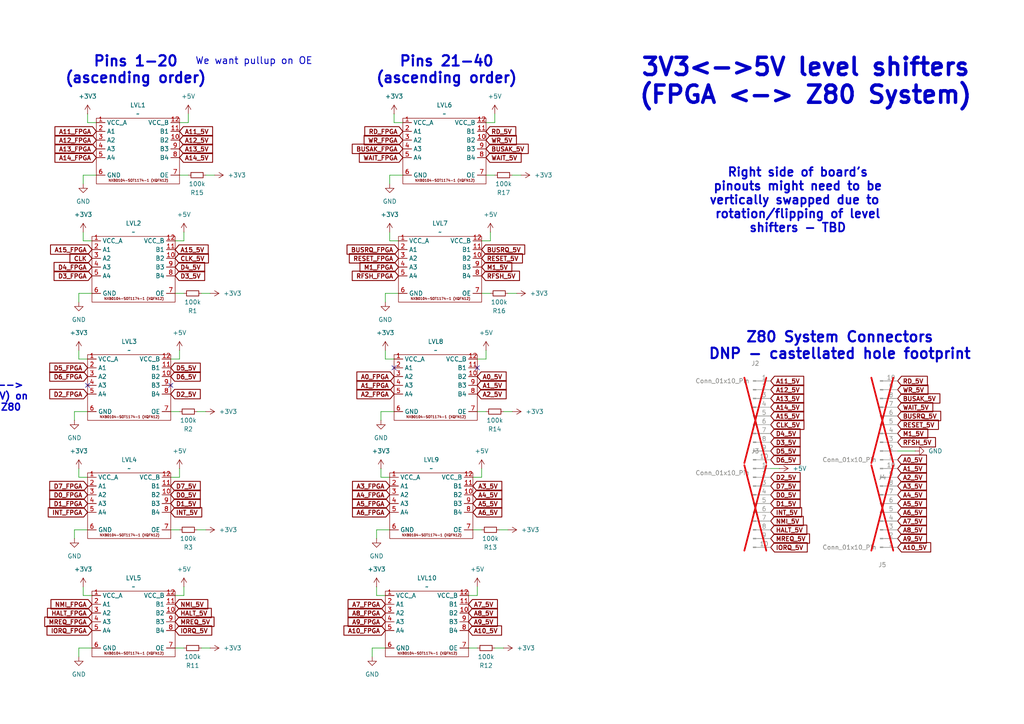
<source format=kicad_sch>
(kicad_sch (version 20231120) (generator "eeschema") (generator_version "8.0")
  (paper "A4")
  (title_block (company "University of Texas at Austin / Phoenix Semiconductor") (comment 1 "Connor Leu"))
  (lib_symbols
    (symbol "Connector:Conn_01x10_Pin" (pin_names (offset 1.016) hide)
      (property "Reference" "J" (at 0 12.7 0))
      (property "Value" "Conn_01x10_Pin" (at 0 -15.24 0))
      (symbol "Conn_01x10_Pin_1_1"
        (polyline (pts (xy 1.27 -12.7) (xy 0.8636 -12.7)) (stroke (width 0.1524)))
        (polyline (pts (xy 1.27 -10.16) (xy 0.8636 -10.16)) (stroke (width 0.1524)))
        (polyline (pts (xy 1.27 -7.62) (xy 0.8636 -7.62)) (stroke (width 0.1524)))
        (polyline (pts (xy 1.27 -5.08) (xy 0.8636 -5.08)) (stroke (width 0.1524)))
        (polyline (pts (xy 1.27 -2.54) (xy 0.8636 -2.54)) (stroke (width 0.1524)))
        (polyline (pts (xy 1.27 0) (xy 0.8636 0)) (stroke (width 0.1524)))
        (polyline (pts (xy 1.27 2.54) (xy 0.8636 2.54)) (stroke (width 0.1524)))
        (polyline (pts (xy 1.27 5.08) (xy 0.8636 5.08)) (stroke (width 0.1524)))
        (polyline (pts (xy 1.27 7.62) (xy 0.8636 7.62)) (stroke (width 0.1524)))
        (polyline (pts (xy 1.27 10.16) (xy 0.8636 10.16)) (stroke (width 0.1524)))
        (rectangle (start 0.8636 -12.573) (end 0 -12.827) (stroke (width 0.1524)) (fill (type outline)))
        (rectangle (start 0.8636 -10.033) (end 0 -10.287) (stroke (width 0.1524)) (fill (type outline)))
        (rectangle (start 0.8636 -7.493) (end 0 -7.747) (stroke (width 0.1524)) (fill (type outline)))
        (rectangle (start 0.8636 -4.953) (end 0 -5.207) (stroke (width 0.1524)) (fill (type outline)))
        (rectangle (start 0.8636 -2.413) (end 0 -2.667) (stroke (width 0.1524)) (fill (type outline)))
        (rectangle (start 0.8636 0.127) (end 0 -0.127) (stroke (width 0.1524)) (fill (type outline)))
        (rectangle (start 0.8636 2.667) (end 0 2.413) (stroke (width 0.1524)) (fill (type outline)))
        (rectangle (start 0.8636 5.207) (end 0 4.953) (stroke (width 0.1524)) (fill (type outline)))
        (rectangle (start 0.8636 7.747) (end 0 7.493) (stroke (width 0.1524)) (fill (type outline)))
        (rectangle (start 0.8636 10.287) (end 0 10.033) (stroke (width 0.1524)) (fill (type outline)))
        (pin passive line (at 5.08 10.16 180) (length 3.81) (name "Pin_1") (number "1"))
        (pin passive line (at 5.08 -12.7 180) (length 3.81) (name "Pin_10") (number "10"))
        (pin passive line (at 5.08 7.62 180) (length 3.81) (name "Pin_2") (number "2"))
        (pin passive line (at 5.08 5.08 180) (length 3.81) (name "Pin_3") (number "3"))
        (pin passive line (at 5.08 2.54 180) (length 3.81) (name "Pin_4") (number "4"))
        (pin passive line (at 5.08 0 180) (length 3.81) (name "Pin_5") (number "5"))
        (pin passive line (at 5.08 -2.54 180) (length 3.81) (name "Pin_6") (number "6"))
        (pin passive line (at 5.08 -5.08 180) (length 3.81) (name "Pin_7") (number "7"))
        (pin passive line (at 5.08 -7.62 180) (length 3.81) (name "Pin_8") (number "8"))
        (pin passive line (at 5.08 -10.16 180) (length 3.81) (name "Pin_9") (number "9"))
      )
    )
    (symbol "Device:R_Small" (pin_numbers hide) (pin_names (offset 0.254) hide)
      (property "Reference" "R" (at 0.762 0.508 0))
      (property "Value" "R_Small" (at 0.762 -1.016 0))
      (symbol "R_Small_0_1"
        (rectangle (start -0.762 1.778) (end 0.762 -1.778) (stroke (width 0.2032)))
      )
      (symbol "R_Small_1_1"
        (pin passive line (at 0 2.54 270) (length 0.762) (name "~") (number "1"))
        (pin passive line (at 0 -2.54 90) (length 0.762) (name "~") (number "2"))
      )
    )
    (symbol "custom_symbols:NXB0104_XQFN12"
      (property "Reference" "U" (at 7.112 0 0))
      (symbol "NXB0104_XQFN12_0_1"
        (rectangle (start -5.08 7.62) (end 19.05 -11.43))
      )
      (symbol "NXB0104_XQFN12_1_1"
        (text "NXB0104-SOT1174-1 (XQFN12)\n" (at 7.112 -10.414 0) (effects (font (size 0.7 0.7) (bold yes))))
        (pin input line (at -5.08 6.35 0) (length 2.54) (name "VCC_A") (number "1"))
        (pin bidirectional line (at 19.05 1.27 180) (length 2.54) (name "B2") (number "10"))
        (pin bidirectional line (at 19.05 3.81 180) (length 2.54) (name "B1") (number "11"))
        (pin input line (at 19.05 6.35 180) (length 2.54) (name "VCC_B") (number "12"))
        (pin bidirectional line (at -5.08 3.81 0) (length 2.54) (name "A1") (number "2"))
        (pin bidirectional line (at -5.08 1.27 0) (length 2.54) (name "A2") (number "3"))
        (pin bidirectional line (at -5.08 -1.27 0) (length 2.54) (name "A3") (number "4"))
        (pin bidirectional line (at -5.08 -3.81 0) (length 2.54) (name "A4") (number "5"))
        (pin input line (at -5.08 -8.89 0) (length 2.54) (name "GND") (number "6"))
        (pin input line (at 19.05 -8.89 180) (length 2.54) (name "OE") (number "7"))
        (pin bidirectional line (at 19.05 -3.81 180) (length 2.54) (name "B4") (number "8"))
        (pin bidirectional line (at 19.05 -1.27 180) (length 2.54) (name "B3") (number "9"))
      )
    )
    (symbol "power:+3V3" (power) (pin_numbers hide) (pin_names (offset 0) hide)
      (property "Value" "+3V3" (at 0 3.556 0))
      (symbol "+3V3_0_1"
        (polyline (pts (xy -0.762 1.27) (xy 0 2.54)))
        (polyline (pts (xy 0 0) (xy 0 2.54)))
        (polyline (pts (xy 0 2.54) (xy 0.762 1.27)))
      )
      (symbol "+3V3_1_1"
        (pin power_in line (at 0 0 90) (length 0) (name "~") (number "1"))
      )
    )
    (symbol "power:+5V" (power) (pin_numbers hide) (pin_names (offset 0) hide)
      (property "Value" "+5V" (at 0 3.556 0))
      (symbol "+5V_0_1"
        (polyline (pts (xy -0.762 1.27) (xy 0 2.54)))
        (polyline (pts (xy 0 0) (xy 0 2.54)))
        (polyline (pts (xy 0 2.54) (xy 0.762 1.27)))
      )
      (symbol "+5V_1_1"
        (pin power_in line (at 0 0 90) (length 0) (name "~") (number "1"))
      )
    )
    (symbol "power:GND" (power) (pin_numbers hide) (pin_names (offset 0) hide)
      (property "Value" "GND" (at 0 -3.81 0))
      (symbol "GND_0_1"
        (polyline (pts (xy 0 0) (xy 0 -1.27) (xy 1.27 -1.27) (xy 0 -2.54) (xy -1.27 -1.27) (xy 0 -1.27)))
      )
      (symbol "GND_1_1"
        (pin power_in line (at 0 0 270) (length 0) (name "~") (number "1"))
      )
    )
  )
  (no_connect (at 49.53 111.76))
  (no_connect (at 138.43 106.68))
  (no_connect (at 114.3 106.68))
  (no_connect (at 25.4 111.76))
  (wire (pts (xy 21.59 121.92) (xy 21.59 119.38)))
  (wire (pts (xy 114.3 35.56) (xy 116.84 35.56)))
  (wire (pts (xy 113.03 67.31) (xy 113.03 69.85)))
  (wire (pts (xy 22.86 85.09) (xy 26.67 85.09)))
  (wire (pts (xy 24.13 172.72) (xy 26.67 172.72)))
  (wire (pts (xy 139.7 135.89) (xy 139.7 138.43)))
  (wire (pts (xy 111.76 87.63) (xy 111.76 85.09)))
  (wire (pts (xy 52.07 101.6) (xy 52.07 104.14)))
  (wire (pts (xy 140.97 101.6) (xy 140.97 104.14)))
  (wire (pts (xy 110.49 119.38) (xy 114.3 119.38)))
  (wire (pts (xy 50.8 85.09) (xy 53.34 85.09)))
  (wire (pts (xy 22.86 87.63) (xy 22.86 85.09)))
  (wire (pts (xy 138.43 170.18) (xy 138.43 172.72)))
  (wire (pts (xy 57.15 153.67) (xy 59.69 153.67)))
  (wire (pts (xy 24.13 67.31) (xy 24.13 69.85)))
  (wire (pts (xy 111.76 101.6) (xy 111.76 104.14)))
  (wire (pts (xy 24.13 170.18) (xy 24.13 172.72)))
  (wire (pts (xy 21.59 119.38) (xy 25.4 119.38)))
  (wire (pts (xy 146.05 119.38) (xy 148.59 119.38)))
  (wire (pts (xy 21.59 156.21) (xy 21.59 153.67)))
  (wire (pts (xy 142.24 69.85) (xy 139.7 69.85)))
  (wire (pts (xy 113.03 53.34) (xy 113.03 50.8)))
  (wire (pts (xy 138.43 119.38) (xy 140.97 119.38)))
  (wire (pts (xy 52.07 138.43) (xy 49.53 138.43)))
  (wire (pts (xy 140.97 104.14) (xy 138.43 104.14)))
  (wire (pts (xy 50.8 187.96) (xy 53.34 187.96)))
  (wire (pts (xy 49.53 119.38) (xy 52.07 119.38)))
  (wire (pts (xy 49.53 153.67) (xy 52.07 153.67)))
  (wire (pts (xy 113.03 69.85) (xy 115.57 69.85)))
  (wire (pts (xy 138.43 172.72) (xy 135.89 172.72)))
  (wire (pts (xy 53.34 67.31) (xy 53.34 69.85)))
  (wire (pts (xy 22.86 104.14) (xy 25.4 104.14)))
  (wire (pts (xy 24.13 53.34) (xy 24.13 50.8)))
  (wire (pts (xy 25.4 35.56) (xy 27.94 35.56)))
  (wire (pts (xy 144.78 153.67) (xy 147.32 153.67)))
  (wire (pts (xy 22.86 135.89) (xy 22.86 138.43)))
  (wire (pts (xy 107.95 187.96) (xy 111.76 187.96)))
  (wire (pts (xy 114.3 33.02) (xy 114.3 35.56)))
  (wire (pts (xy 110.49 135.89) (xy 110.49 138.43)))
  (wire (pts (xy 110.49 138.43) (xy 113.03 138.43)))
  (wire (pts (xy 24.13 50.8) (xy 27.94 50.8)))
  (wire (pts (xy 140.97 50.8) (xy 143.51 50.8)))
  (wire (pts (xy 109.22 172.72) (xy 111.76 172.72)))
  (wire (pts (xy 58.42 187.96) (xy 60.96 187.96)))
  (wire (pts (xy 53.34 69.85) (xy 50.8 69.85)))
  (wire (pts (xy 139.7 138.43) (xy 137.16 138.43)))
  (wire (pts (xy 107.95 190.5) (xy 107.95 187.96)))
  (wire (pts (xy 135.89 187.96) (xy 138.43 187.96)))
  (wire (pts (xy 111.76 104.14) (xy 114.3 104.14)))
  (wire (pts (xy 57.15 119.38) (xy 59.69 119.38)))
  (wire (pts (xy 109.22 156.21) (xy 109.22 153.67)))
  (wire (pts (xy 143.51 187.96) (xy 146.05 187.96)))
  (wire (pts (xy 53.34 172.72) (xy 50.8 172.72)))
  (wire (pts (xy 22.86 187.96) (xy 26.67 187.96)))
  (wire (pts (xy 25.4 33.02) (xy 25.4 35.56)))
  (wire (pts (xy 52.07 50.8) (xy 54.61 50.8)))
  (wire (pts (xy 111.76 85.09) (xy 115.57 85.09)))
  (wire (pts (xy 113.03 50.8) (xy 116.84 50.8)))
  (wire (pts (xy 223.52 135.89) (xy 226.06 135.89)))
  (wire (pts (xy 54.61 35.56) (xy 52.07 35.56)))
  (wire (pts (xy 260.35 130.81) (xy 265.43 130.81)))
  (wire (pts (xy 109.22 170.18) (xy 109.22 172.72)))
  (wire (pts (xy 143.51 35.56) (xy 140.97 35.56)))
  (wire (pts (xy 148.59 50.8) (xy 151.13 50.8)))
  (wire (pts (xy 22.86 190.5) (xy 22.86 187.96)))
  (wire (pts (xy 142.24 67.31) (xy 142.24 69.85)))
  (wire (pts (xy 143.51 33.02) (xy 143.51 35.56)))
  (wire (pts (xy 137.16 153.67) (xy 139.7 153.67)))
  (wire (pts (xy 52.07 104.14) (xy 49.53 104.14)))
  (wire (pts (xy 139.7 85.09) (xy 142.24 85.09)))
  (wire (pts (xy 110.49 121.92) (xy 110.49 119.38)))
  (wire (pts (xy 52.07 135.89) (xy 52.07 138.43)))
  (wire (pts (xy 58.42 85.09) (xy 60.96 85.09)))
  (wire (pts (xy 54.61 33.02) (xy 54.61 35.56)))
  (wire (pts (xy 109.22 153.67) (xy 113.03 153.67)))
  (wire (pts (xy 24.13 69.85) (xy 26.67 69.85)))
  (wire (pts (xy 22.86 101.6) (xy 22.86 104.14)))
  (wire (pts (xy 21.59 153.67) (xy 25.4 153.67)))
  (wire (pts (xy 147.32 85.09) (xy 149.86 85.09)))
  (wire (pts (xy 22.86 138.43) (xy 25.4 138.43)))
  (wire (pts (xy 53.34 170.18) (xy 53.34 172.72)))
  (wire (pts (xy 59.69 50.8) (xy 62.23 50.8)))
  (text "3V3<->5V level shifters\n(FPGA <-> Z80 System)" (at 233.68 23.622 0) (effects (font (size 5 5) (bold yes))))
  (text "Z80 System Connectors\nDNP - castellated hole footprint" (at 243.586 100.33 0) (effects (font (size 3 3) (bold yes))))
  (text "This A3 -->\nis VCC (5V) on\noriginal Z80" (at -3.302 115.062 0) (effects (font (size 2 2) (bold yes))))
  (text "We want pullup on OE" (at 73.66 17.78 0) (effects (font (size 2 2) (thickness 0.254) (bold yes))))
  (text "Right side of board's\npinouts might need to be\nvertically swapped due to \nrotation/flipping of level\nshifters - TBD" (at 231.394 58.166 0) (effects (font (size 2.5 2.5) (bold yes))))
  (text "Pins 21-40\n(ascending order)" (at 129.54 20.32 0) (effects (font (size 3 3) (bold yes))))
  (text "Pins 1-20\n(ascending order)" (at 39.37 20.32 0) (effects (font (size 3 3) (bold yes))))
  (global_label "A6_5V" (shape input) (at 137.16 148.59 0) (effects (font (bold yes))) (property "Intersheetrefs" "${INTERSHEET_REFS}" (effects (hide yes))))
  (global_label "A5_FPGA" (shape input) (at 113.03 146.05 180) (effects (font (bold yes))) (property "Intersheetrefs" "${INTERSHEET_REFS}" (effects (hide yes))))
  (global_label "D4_FPGA" (shape input) (at 26.67 77.47 180) (effects (font (bold yes))) (property "Intersheetrefs" "${INTERSHEET_REFS}" (effects (hide yes))))
  (global_label "A4_5V" (shape input) (at 137.16 143.51 0) (effects (font (bold yes))) (property "Intersheetrefs" "${INTERSHEET_REFS}" (effects (hide yes))))
  (global_label "BUSRQ_5V" (shape input) (at 139.7 72.39 0) (effects (font (bold yes))) (property "Intersheetrefs" "${INTERSHEET_REFS}" (effects (hide yes))))
  (global_label "A3_FPGA" (shape input) (at 113.03 140.97 180) (effects (font (bold yes))) (property "Intersheetrefs" "${INTERSHEET_REFS}" (effects (hide yes))))
  (global_label "D3_FPGA" (shape input) (at 26.67 80.01 180) (effects (font (bold yes))) (property "Intersheetrefs" "${INTERSHEET_REFS}" (effects (hide yes))))
  (global_label "A11_5V" (shape input) (at 223.52 110.49 0) (effects (font (bold yes))) (property "Intersheetrefs" "${INTERSHEET_REFS}" (effects (hide yes))))
  (global_label "HALT_5V" (shape input) (at 50.8 177.8 0) (effects (font (bold yes))) (property "Intersheetrefs" "${INTERSHEET_REFS}" (effects (hide yes))))
  (global_label "A5_5V" (shape input) (at 260.35 146.05 0) (effects (font (bold yes))) (property "Intersheetrefs" "${INTERSHEET_REFS}" (effects (hide yes))))
  (global_label "D6_5V" (shape input) (at 223.52 133.35 0) (effects (font (bold yes))) (property "Intersheetrefs" "${INTERSHEET_REFS}" (effects (hide yes))))
  (global_label "MREQ_5V" (shape input) (at 223.52 156.21 0) (effects (font (bold yes))) (property "Intersheetrefs" "${INTERSHEET_REFS}" (effects (hide yes))))
  (global_label "A0_5V" (shape input) (at 138.43 109.22 0) (effects (font (bold yes))) (property "Intersheetrefs" "${INTERSHEET_REFS}" (effects (hide yes))))
  (global_label "A2_FPGA" (shape input) (at 114.3 114.3 180) (effects (font (bold yes))) (property "Intersheetrefs" "${INTERSHEET_REFS}" (effects (hide yes))))
  (global_label "RESET_FPGA" (shape input) (at 115.57 74.93 180) (effects (font (bold yes))) (property "Intersheetrefs" "${INTERSHEET_REFS}" (effects (hide yes))))
  (global_label "WAIT_5V" (shape input) (at 260.35 118.11 0) (effects (font (bold yes))) (property "Intersheetrefs" "${INTERSHEET_REFS}" (effects (hide yes))))
  (global_label "IORQ_FPGA" (shape input) (at 26.67 182.88 180) (effects (font (bold yes))) (property "Intersheetrefs" "${INTERSHEET_REFS}" (effects (hide yes))))
  (global_label "D0_FPGA" (shape input) (at 25.4 143.51 180) (effects (font (bold yes))) (property "Intersheetrefs" "${INTERSHEET_REFS}" (effects (hide yes))))
  (global_label "A13_5V" (shape input) (at 223.52 115.57 0) (effects (font (bold yes))) (property "Intersheetrefs" "${INTERSHEET_REFS}" (effects (hide yes))))
  (global_label "D2_FPGA" (shape input) (at 25.4 114.3 180) (effects (font (bold yes))) (property "Intersheetrefs" "${INTERSHEET_REFS}" (effects (hide yes))))
  (global_label "A10_5V" (shape input) (at 260.35 158.75 0) (effects (font (bold yes))) (property "Intersheetrefs" "${INTERSHEET_REFS}" (effects (hide yes))))
  (global_label "D1_5V" (shape input) (at 49.53 146.05 0) (effects (font (bold yes))) (property "Intersheetrefs" "${INTERSHEET_REFS}" (effects (hide yes))))
  (global_label "D3_5V" (shape input) (at 50.8 80.01 0) (effects (font (bold yes))) (property "Intersheetrefs" "${INTERSHEET_REFS}" (effects (hide yes))))
  (global_label "WR_5V" (shape input) (at 260.35 113.03 0) (effects (font (bold yes))) (property "Intersheetrefs" "${INTERSHEET_REFS}" (effects (hide yes))))
  (global_label "A7_5V" (shape input) (at 135.89 175.26 0) (effects (font (bold yes))) (property "Intersheetrefs" "${INTERSHEET_REFS}" (effects (hide yes))))
  (global_label "RFSH_5V" (shape input) (at 260.35 128.27 0) (effects (font (bold yes))) (property "Intersheetrefs" "${INTERSHEET_REFS}" (effects (hide yes))))
  (global_label "WAIT_5V" (shape input) (at 140.97 45.72 0) (effects (font (bold yes))) (property "Intersheetrefs" "${INTERSHEET_REFS}" (effects (hide yes))))
  (global_label "BUSRQ_FPGA" (shape input) (at 115.57 72.39 180) (effects (font (bold yes))) (property "Intersheetrefs" "${INTERSHEET_REFS}" (effects (hide yes))))
  (global_label "CLK" (shape input) (at 26.67 74.93 180) (effects (font (bold yes))) (property "Intersheetrefs" "${INTERSHEET_REFS}" (effects (hide yes))))
  (global_label "A13_FPGA" (shape input) (at 27.94 43.18 180) (effects (font (bold yes))) (property "Intersheetrefs" "${INTERSHEET_REFS}" (effects (hide yes))))
  (global_label "D5_FPGA" (shape input) (at 25.4 106.68 180) (effects (font (bold yes))) (property "Intersheetrefs" "${INTERSHEET_REFS}" (effects (hide yes))))
  (global_label "D6_FPGA" (shape input) (at 25.4 109.22 180) (effects (font (bold yes))) (property "Intersheetrefs" "${INTERSHEET_REFS}" (effects (hide yes))))
  (global_label "BUSAK_5V" (shape input) (at 260.35 115.57 0) (effects (font (bold yes))) (property "Intersheetrefs" "${INTERSHEET_REFS}" (effects (hide yes))))
  (global_label "D1_FPGA" (shape input) (at 25.4 146.05 180) (effects (font (bold yes))) (property "Intersheetrefs" "${INTERSHEET_REFS}" (effects (hide yes))))
  (global_label "M1_5V" (shape input) (at 260.35 125.73 0) (effects (font (bold yes))) (property "Intersheetrefs" "${INTERSHEET_REFS}" (effects (hide yes))))
  (global_label "A12_FPGA" (shape input) (at 27.94 40.64 180) (effects (font (bold yes))) (property "Intersheetrefs" "${INTERSHEET_REFS}" (effects (hide yes))))
  (global_label "NMI_5V" (shape input) (at 50.8 175.26 0) (effects (font (bold yes))) (property "Intersheetrefs" "${INTERSHEET_REFS}" (effects (hide yes))))
  (global_label "A2_5V" (shape input) (at 260.35 138.43 0) (effects (font (bold yes))) (property "Intersheetrefs" "${INTERSHEET_REFS}" (effects (hide yes))))
  (global_label "CLK_5V" (shape input) (at 50.8 74.93 0) (effects (font (bold yes))) (property "Intersheetrefs" "${INTERSHEET_REFS}" (effects (hide yes))))
  (global_label "A0_FPGA" (shape input) (at 114.3 109.22 180) (effects (font (bold yes))) (property "Intersheetrefs" "${INTERSHEET_REFS}" (effects (hide yes))))
  (global_label "A8_FPGA" (shape input) (at 111.76 177.8 180) (effects (font (bold yes))) (property "Intersheetrefs" "${INTERSHEET_REFS}" (effects (hide yes))))
  (global_label "A10_FPGA" (shape input) (at 111.76 182.88 180) (effects (font (bold yes))) (property "Intersheetrefs" "${INTERSHEET_REFS}" (effects (hide yes))))
  (global_label "A10_5V" (shape input) (at 135.89 182.88 0) (effects (font (bold yes))) (property "Intersheetrefs" "${INTERSHEET_REFS}" (effects (hide yes))))
  (global_label "A4_5V" (shape input) (at 260.35 143.51 0) (effects (font (bold yes))) (property "Intersheetrefs" "${INTERSHEET_REFS}" (effects (hide yes))))
  (global_label "A7_5V" (shape input) (at 260.35 151.13 0) (effects (font (bold yes))) (property "Intersheetrefs" "${INTERSHEET_REFS}" (effects (hide yes))))
  (global_label "BUSAK_FPGA" (shape input) (at 116.84 43.18 180) (effects (font (bold yes))) (property "Intersheetrefs" "${INTERSHEET_REFS}" (effects (hide yes))))
  (global_label "A3_5V" (shape input) (at 260.35 140.97 0) (effects (font (bold yes))) (property "Intersheetrefs" "${INTERSHEET_REFS}" (effects (hide yes))))
  (global_label "IORQ_5V" (shape input) (at 223.52 158.75 0) (effects (font (bold yes))) (property "Intersheetrefs" "${INTERSHEET_REFS}" (effects (hide yes))))
  (global_label "RFSH_5V" (shape input) (at 139.7 80.01 0) (effects (font (bold yes))) (property "Intersheetrefs" "${INTERSHEET_REFS}" (effects (hide yes))))
  (global_label "RFSH_FPGA" (shape input) (at 115.57 80.01 180) (effects (font (bold yes))) (property "Intersheetrefs" "${INTERSHEET_REFS}" (effects (hide yes))))
  (global_label "D1_5V" (shape input) (at 223.52 146.05 0) (effects (font (bold yes))) (property "Intersheetrefs" "${INTERSHEET_REFS}" (effects (hide yes))))
  (global_label "D7_5V" (shape input) (at 49.53 140.97 0) (effects (font (bold yes))) (property "Intersheetrefs" "${INTERSHEET_REFS}" (effects (hide yes))))
  (global_label "WR_5V" (shape input) (at 140.97 40.64 0) (effects (font (bold yes))) (property "Intersheetrefs" "${INTERSHEET_REFS}" (effects (hide yes))))
  (global_label "RD_5V" (shape input) (at 260.35 110.49 0) (effects (font (bold yes))) (property "Intersheetrefs" "${INTERSHEET_REFS}" (effects (hide yes))))
  (global_label "A2_5V" (shape input) (at 138.43 114.3 0) (effects (font (bold yes))) (property "Intersheetrefs" "${INTERSHEET_REFS}" (effects (hide yes))))
  (global_label "D5_5V" (shape input) (at 223.52 130.81 0) (effects (font (bold yes))) (property "Intersheetrefs" "${INTERSHEET_REFS}" (effects (hide yes))))
  (global_label "D4_5V" (shape input) (at 223.52 125.73 0) (effects (font (bold yes))) (property "Intersheetrefs" "${INTERSHEET_REFS}" (effects (hide yes))))
  (global_label "A9_FPGA" (shape input) (at 111.76 180.34 180) (effects (font (bold yes))) (property "Intersheetrefs" "${INTERSHEET_REFS}" (effects (hide yes))))
  (global_label "M1_FPGA" (shape input) (at 115.57 77.47 180) (effects (font (bold yes))) (property "Intersheetrefs" "${INTERSHEET_REFS}" (effects (hide yes))))
  (global_label "A1_5V" (shape input) (at 138.43 111.76 0) (effects (font (bold yes))) (property "Intersheetrefs" "${INTERSHEET_REFS}" (effects (hide yes))))
  (global_label "A6_FPGA" (shape input) (at 113.03 148.59 180) (effects (font (bold yes))) (property "Intersheetrefs" "${INTERSHEET_REFS}" (effects (hide yes))))
  (global_label "BUSAK_5V" (shape input) (at 140.97 43.18 0) (effects (font (bold yes))) (property "Intersheetrefs" "${INTERSHEET_REFS}" (effects (hide yes))))
  (global_label "A8_5V" (shape input) (at 260.35 153.67 0) (effects (font (bold yes))) (property "Intersheetrefs" "${INTERSHEET_REFS}" (effects (hide yes))))
  (global_label "A15_5V" (shape input) (at 223.52 120.65 0) (effects (font (bold yes))) (property "Intersheetrefs" "${INTERSHEET_REFS}" (effects (hide yes))))
  (global_label "A3_5V" (shape input) (at 137.16 140.97 0) (effects (font (bold yes))) (property "Intersheetrefs" "${INTERSHEET_REFS}" (effects (hide yes))))
  (global_label "D7_5V" (shape input) (at 223.52 140.97 0) (effects (font (bold yes))) (property "Intersheetrefs" "${INTERSHEET_REFS}" (effects (hide yes))))
  (global_label "RD_5V" (shape input) (at 140.97 38.1 0) (effects (font (bold yes))) (property "Intersheetrefs" "${INTERSHEET_REFS}" (effects (hide yes))))
  (global_label "D0_5V" (shape input) (at 49.53 143.51 0) (effects (font (bold yes))) (property "Intersheetrefs" "${INTERSHEET_REFS}" (effects (hide yes))))
  (global_label "D4_5V" (shape input) (at 50.8 77.47 0) (effects (font (bold yes))) (property "Intersheetrefs" "${INTERSHEET_REFS}" (effects (hide yes))))
  (global_label "D0_5V" (shape input) (at 223.52 143.51 0) (effects (font (bold yes))) (property "Intersheetrefs" "${INTERSHEET_REFS}" (effects (hide yes))))
  (global_label "RESET_5V" (shape input) (at 139.7 74.93 0) (effects (font (bold yes))) (property "Intersheetrefs" "${INTERSHEET_REFS}" (effects (hide yes))))
  (global_label "A14_5V" (shape input) (at 52.07 45.72 0) (effects (font (bold yes))) (property "Intersheetrefs" "${INTERSHEET_REFS}" (effects (hide yes))))
  (global_label "HALT_5V" (shape input) (at 223.52 153.67 0) (effects (font (bold yes))) (property "Intersheetrefs" "${INTERSHEET_REFS}" (effects (hide yes))))
  (global_label "A12_5V" (shape input) (at 223.52 113.03 0) (effects (font (bold yes))) (property "Intersheetrefs" "${INTERSHEET_REFS}" (effects (hide yes))))
  (global_label "IORQ_5V" (shape input) (at 50.8 182.88 0) (effects (font (bold yes))) (property "Intersheetrefs" "${INTERSHEET_REFS}" (effects (hide yes))))
  (global_label "INT_5V" (shape input) (at 223.52 148.59 0) (effects (font (bold yes))) (property "Intersheetrefs" "${INTERSHEET_REFS}" (effects (hide yes))))
  (global_label "HALT_FPGA" (shape input) (at 26.67 177.8 180) (effects (font (bold yes))) (property "Intersheetrefs" "${INTERSHEET_REFS}" (effects (hide yes))))
  (global_label "A12_5V" (shape input) (at 52.07 40.64 0) (effects (font (bold yes))) (property "Intersheetrefs" "${INTERSHEET_REFS}" (effects (hide yes))))
  (global_label "A1_5V" (shape input) (at 260.35 135.89 0) (effects (font (bold yes))) (property "Intersheetrefs" "${INTERSHEET_REFS}" (effects (hide yes))))
  (global_label "A6_5V" (shape input) (at 260.35 148.59 0) (effects (font (bold yes))) (property "Intersheetrefs" "${INTERSHEET_REFS}" (effects (hide yes))))
  (global_label "A15_FPGA" (shape input) (at 26.67 72.39 180) (effects (font (bold yes))) (property "Intersheetrefs" "${INTERSHEET_REFS}" (effects (hide yes))))
  (global_label "RD_FPGA" (shape input) (at 116.84 38.1 180) (effects (font (bold yes))) (property "Intersheetrefs" "${INTERSHEET_REFS}" (effects (hide yes))))
  (global_label "D2_5V" (shape input) (at 223.52 138.43 0) (effects (font (bold yes))) (property "Intersheetrefs" "${INTERSHEET_REFS}" (effects (hide yes))))
  (global_label "RESET_5V" (shape input) (at 260.35 123.19 0) (effects (font (bold yes))) (property "Intersheetrefs" "${INTERSHEET_REFS}" (effects (hide yes))))
  (global_label "D5_5V" (shape input) (at 49.53 106.68 0) (effects (font (bold yes))) (property "Intersheetrefs" "${INTERSHEET_REFS}" (effects (hide yes))))
  (global_label "WR_FPGA" (shape input) (at 116.84 40.64 180) (effects (font (bold yes))) (property "Intersheetrefs" "${INTERSHEET_REFS}" (effects (hide yes))))
  (global_label "A13_5V" (shape input) (at 52.07 43.18 0) (effects (font (bold yes))) (property "Intersheetrefs" "${INTERSHEET_REFS}" (effects (hide yes))))
  (global_label "A4_FPGA" (shape input) (at 113.03 143.51 180) (effects (font (bold yes))) (property "Intersheetrefs" "${INTERSHEET_REFS}" (effects (hide yes))))
  (global_label "A7_FPGA" (shape input) (at 111.76 175.26 180) (effects (font (bold yes))) (property "Intersheetrefs" "${INTERSHEET_REFS}" (effects (hide yes))))
  (global_label "MREQ_5V" (shape input) (at 50.8 180.34 0) (effects (font (bold yes))) (property "Intersheetrefs" "${INTERSHEET_REFS}" (effects (hide yes))))
  (global_label "A14_5V" (shape input) (at 223.52 118.11 0) (effects (font (bold yes))) (property "Intersheetrefs" "${INTERSHEET_REFS}" (effects (hide yes))))
  (global_label "NMI_5V" (shape input) (at 223.52 151.13 0) (effects (font (bold yes))) (property "Intersheetrefs" "${INTERSHEET_REFS}" (effects (hide yes))))
  (global_label "D6_5V" (shape input) (at 49.53 109.22 0) (effects (font (bold yes))) (property "Intersheetrefs" "${INTERSHEET_REFS}" (effects (hide yes))))
  (global_label "WAIT_FPGA" (shape input) (at 116.84 45.72 180) (effects (font (bold yes))) (property "Intersheetrefs" "${INTERSHEET_REFS}" (effects (hide yes))))
  (global_label "A0_5V" (shape input) (at 260.35 133.35 0) (effects (font (bold yes))) (property "Intersheetrefs" "${INTERSHEET_REFS}" (effects (hide yes))))
  (global_label "D2_5V" (shape input) (at 49.53 114.3 0) (effects (font (bold yes))) (property "Intersheetrefs" "${INTERSHEET_REFS}" (effects (hide yes))))
  (global_label "A1_FPGA" (shape input) (at 114.3 111.76 180) (effects (font (bold yes))) (property "Intersheetrefs" "${INTERSHEET_REFS}" (effects (hide yes))))
  (global_label "A9_5V" (shape input) (at 135.89 180.34 0) (effects (font (bold yes))) (property "Intersheetrefs" "${INTERSHEET_REFS}" (effects (hide yes))))
  (global_label "CLK_5V" (shape input) (at 223.52 123.19 0) (effects (font (bold yes))) (property "Intersheetrefs" "${INTERSHEET_REFS}" (effects (hide yes))))
  (global_label "A11_FPGA" (shape input) (at 27.94 38.1 180) (effects (font (bold yes))) (property "Intersheetrefs" "${INTERSHEET_REFS}" (effects (hide yes))))
  (global_label "NMI_FPGA" (shape input) (at 26.67 175.26 180) (effects (font (bold yes))) (property "Intersheetrefs" "${INTERSHEET_REFS}" (effects (hide yes))))
  (global_label "A14_FPGA" (shape input) (at 27.94 45.72 180) (effects (font (bold yes))) (property "Intersheetrefs" "${INTERSHEET_REFS}" (effects (hide yes))))
  (global_label "INT_FPGA" (shape input) (at 25.4 148.59 180) (effects (font (bold yes))) (property "Intersheetrefs" "${INTERSHEET_REFS}" (effects (hide yes))))
  (global_label "A9_5V" (shape input) (at 260.35 156.21 0) (effects (font (bold yes))) (property "Intersheetrefs" "${INTERSHEET_REFS}" (effects (hide yes))))
  (global_label "M1_5V" (shape input) (at 139.7 77.47 0) (effects (font (bold yes))) (property "Intersheetrefs" "${INTERSHEET_REFS}" (effects (hide yes))))
  (global_label "MREQ_FPGA" (shape input) (at 26.67 180.34 180) (effects (font (bold yes))) (property "Intersheetrefs" "${INTERSHEET_REFS}" (effects (hide yes))))
  (global_label "D7_FPGA" (shape input) (at 25.4 140.97 180) (effects (font (bold yes))) (property "Intersheetrefs" "${INTERSHEET_REFS}" (effects (hide yes))))
  (global_label "D3_5V" (shape input) (at 223.52 128.27 0) (effects (font (bold yes))) (property "Intersheetrefs" "${INTERSHEET_REFS}" (effects (hide yes))))
  (global_label "BUSRQ_5V" (shape input) (at 260.35 120.65 0) (effects (font (bold yes))) (property "Intersheetrefs" "${INTERSHEET_REFS}" (effects (hide yes))))
  (global_label "A8_5V" (shape input) (at 135.89 177.8 0) (effects (font (bold yes))) (property "Intersheetrefs" "${INTERSHEET_REFS}" (effects (hide yes))))
  (global_label "A11_5V" (shape input) (at 52.07 38.1 0) (effects (font (bold yes))) (property "Intersheetrefs" "${INTERSHEET_REFS}" (effects (hide yes))))
  (global_label "A5_5V" (shape input) (at 137.16 146.05 0) (effects (font (bold yes))) (property "Intersheetrefs" "${INTERSHEET_REFS}" (effects (hide yes))))
  (global_label "INT_5V" (shape input) (at 49.53 148.59 0) (effects (font (bold yes))) (property "Intersheetrefs" "${INTERSHEET_REFS}" (effects (hide yes))))
  (global_label "A15_5V" (shape input) (at 50.8 72.39 0) (effects (font (bold yes))) (property "Intersheetrefs" "${INTERSHEET_REFS}" (effects (hide yes))))
  (symbol (lib_id "power:+5V") (at 226.06 135.89 270) (unit 1)
    (property "Reference" "#PWR073" (effects (hide yes)))
    (property "Value" "+5V" (at 229.87 135.8899 90) (effects (justify left)))
    (property "Description" "Power symbol creates a global label with name \"+5V\"" (effects (hide yes)))
  )
  (symbol (lib_id "power:+5V") (at 138.43 170.18 0) (unit 1)
    (property "Reference" "#PWR063" (effects (hide yes)))
    (property "Value" "+5V" (at 138.43 165.1 0))
    (property "Description" "Power symbol creates a global label with name \"+5V\"" (effects (hide yes)))
  )
  (symbol (lib_id "power:+3V3") (at 146.05 187.96 270) (unit 1)
    (property "Reference" "#PWR071" (effects (hide yes)))
    (property "Value" "+3V3" (at 149.86 187.9599 90) (effects (justify left)))
    (property "Description" "Power symbol creates a global label with name \"+3V3\"" (effects (hide yes)))
  )
  (symbol (lib_id "power:+3V3") (at 62.23 50.8 270) (unit 1)
    (property "Reference" "#PWR052" (effects (hide yes)))
    (property "Value" "+3V3" (at 66.04 50.7999 90) (effects (justify left)))
    (property "Description" "Power symbol creates a global label with name \"+3V3\"" (effects (hide yes)))
  )
  (symbol (lib_id "power:+3V3") (at 109.22 170.18 0) (unit 1)
    (property "Reference" "#PWR055" (effects (hide yes)))
    (property "Value" "+3V3" (at 109.22 165.1 0))
    (property "Description" "Power symbol creates a global label with name \"+3V3\"" (effects (hide yes)))
  )
  (symbol (lib_id "power:+3V3") (at 151.13 50.8 270) (unit 1)
    (property "Reference" "#PWR02" (effects (hide yes)))
    (property "Value" "+3V3" (at 154.94 50.7999 90) (effects (justify left)))
    (property "Description" "Power symbol creates a global label with name \"+3V3\"" (effects (hide yes)))
  )
  (symbol (lib_id "Device:R_Small") (at 55.88 85.09 270) (unit 1)
    (property "Reference" "R1" (at 55.88 90.17 90))
    (property "Value" "100k" (at 55.88 87.63 90))
    (property "Footprint" "Resistor_SMD:R_0201_0603Metric" (effects (hide yes)))
    (property "Description" "Resistor, small symbol" (effects (hide yes)))
  )
  (symbol (lib_id "custom_symbols:NXB0104_XQFN12") (at 31.75 76.2 0) (unit 1)
    (property "Reference" "LVL2" (at 38.735 64.77 0))
    (property "Value" "~" (at 38.735 67.31 0))
    (property "Footprint" "hardware:NXB0104GU12X" (effects (hide yes)))
    (property "MPN" "NXB0104GU12X" (effects (hide yes)))
  )
  (symbol (lib_id "power:+3V3") (at 22.86 101.6 0) (unit 1)
    (property "Reference" "#PWR036" (effects (hide yes)))
    (property "Value" "+3V3" (at 22.86 96.52 0))
    (property "Description" "Power symbol creates a global label with name \"+3V3\"" (effects (hide yes)))
  )
  (symbol (lib_id "power:+3V3") (at 60.96 85.09 270) (unit 1)
    (property "Reference" "#PWR050" (effects (hide yes)))
    (property "Value" "+3V3" (at 64.77 85.0899 90) (effects (justify left)))
    (property "Description" "Power symbol creates a global label with name \"+3V3\"" (effects (hide yes)))
  )
  (symbol (lib_id "power:+3V3") (at 59.69 119.38 270) (unit 1)
    (property "Reference" "#PWR048" (effects (hide yes)))
    (property "Value" "+3V3" (at 63.5 119.3799 90) (effects (justify left)))
    (property "Description" "Power symbol creates a global label with name \"+3V3\"" (effects (hide yes)))
  )
  (symbol (lib_id "custom_symbols:NXB0104_XQFN12") (at 118.11 144.78 0) (unit 1)
    (property "Reference" "LVL9" (at 125.095 133.35 0))
    (property "Value" "~" (at 125.095 135.89 0))
    (property "Footprint" "hardware:NXB0104GU12X" (effects (hide yes)))
    (property "MPN" "NXB0104GU12X" (effects (hide yes)))
  )
  (symbol (lib_id "power:GND") (at 113.03 53.34 0) (unit 1)
    (property "Reference" "#PWR060" (effects (hide yes)))
    (property "Value" "GND" (at 113.03 58.42 0))
    (property "Description" "Power symbol creates a global label with name \"GND\" , ground" (effects (hide yes)))
  )
  (symbol (lib_id "Device:R_Small") (at 54.61 153.67 270) (unit 1)
    (property "Reference" "R3" (at 54.61 158.75 90))
    (property "Value" "100k" (at 54.61 156.21 90))
    (property "Footprint" "Resistor_SMD:R_0201_0603Metric" (effects (hide yes)))
    (property "Description" "Resistor, small symbol" (effects (hide yes)))
  )
  (symbol (lib_id "power:+3V3") (at 149.86 85.09 270) (unit 1)
    (property "Reference" "#PWR068" (effects (hide yes)))
    (property "Value" "+3V3" (at 153.67 85.0899 90) (effects (justify left)))
    (property "Description" "Power symbol creates a global label with name \"+3V3\"" (effects (hide yes)))
  )
  (symbol (lib_id "Device:R_Small") (at 57.15 50.8 270) (unit 1)
    (property "Reference" "R15" (at 57.15 55.88 90))
    (property "Value" "100k" (at 57.15 53.34 90))
    (property "Footprint" "Resistor_SMD:R_0201_0603Metric" (effects (hide yes)))
    (property "Description" "Resistor, small symbol" (effects (hide yes)))
  )
  (symbol (lib_id "Device:R_Small") (at 55.88 187.96 270) (unit 1)
    (property "Reference" "R11" (at 55.88 193.04 90))
    (property "Value" "100k" (at 55.88 190.5 90))
    (property "Footprint" "Resistor_SMD:R_0201_0603Metric" (effects (hide yes)))
    (property "Description" "Resistor, small symbol" (effects (hide yes)))
  )
  (symbol (lib_id "custom_symbols:NXB0104_XQFN12") (at 30.48 110.49 0) (unit 1)
    (property "Reference" "LVL3" (at 37.465 99.06 0))
    (property "Value" "~" (at 37.465 101.6 0))
    (property "Footprint" "hardware:NXB0104GU12X" (effects (hide yes)))
    (property "MPN" "NXB0104GU12X" (effects (hide yes)))
  )
  (symbol (lib_id "Connector:Conn_01x10_Pin") (at 218.44 120.65 0) (unit 1) (in_bom no) (dnp yes)
    (property "Reference" "J2" (at 219.075 105.41 0))
    (property "Value" "Conn_01x10_Pin" (at 209.55 110.49 0))
    (property "Footprint" "Connector_PinHeader_2.54mm:PinHeader_1x10_P2.54mm_Vertical" (effects (hide yes)))
    (property "Description" "Generic connector, single row, 01x10, script generated" (effects (hide yes)))
  )
  (symbol (lib_id "power:+5V") (at 54.61 33.02 0) (unit 1)
    (property "Reference" "#PWR047" (effects (hide yes)))
    (property "Value" "+5V" (at 54.61 27.94 0))
    (property "Description" "Power symbol creates a global label with name \"+5V\"" (effects (hide yes)))
  )
  (symbol (lib_id "power:+3V3") (at 148.59 119.38 270) (unit 1)
    (property "Reference" "#PWR069" (effects (hide yes)))
    (property "Value" "+3V3" (at 152.4 119.3799 90) (effects (justify left)))
    (property "Description" "Power symbol creates a global label with name \"+3V3\"" (effects (hide yes)))
  )
  (symbol (lib_id "Device:R_Small") (at 146.05 50.8 270) (unit 1)
    (property "Reference" "R17" (at 146.05 55.88 90))
    (property "Value" "100k" (at 146.05 53.34 90))
    (property "Footprint" "Resistor_SMD:R_0201_0603Metric" (effects (hide yes)))
    (property "Description" "Resistor, small symbol" (effects (hide yes)))
  )
  (symbol (lib_id "custom_symbols:NXB0104_XQFN12") (at 119.38 110.49 0) (unit 1)
    (property "Reference" "LVL8" (at 126.365 99.06 0))
    (property "Value" "~" (at 126.365 101.6 0))
    (property "Footprint" "hardware:NXB0104GU12X" (effects (hide yes)))
    (property "MPN" "NXB0104GU12X" (effects (hide yes)))
  )
  (symbol (lib_id "custom_symbols:NXB0104_XQFN12") (at 121.92 41.91 0) (unit 1)
    (property "Reference" "LVL6" (at 128.905 30.48 0))
    (property "Value" "~" (at 128.905 33.02 0))
    (property "Footprint" "hardware:NXB0104GU12X" (effects (hide yes)))
    (property "MPN" "NXB0104GU12X" (effects (hide yes)))
  )
  (symbol (lib_id "power:+3V3") (at 111.76 101.6 0) (unit 1)
    (property "Reference" "#PWR059" (effects (hide yes)))
    (property "Value" "+3V3" (at 111.76 96.52 0))
    (property "Description" "Power symbol creates a global label with name \"+3V3\"" (effects (hide yes)))
  )
  (symbol (lib_id "power:+3V3") (at 110.49 135.89 0) (unit 1)
    (property "Reference" "#PWR057" (effects (hide yes)))
    (property "Value" "+3V3" (at 110.49 130.81 0))
    (property "Description" "Power symbol creates a global label with name \"+3V3\"" (effects (hide yes)))
  )
  (symbol (lib_id "power:+3V3") (at 59.69 153.67 270) (unit 1)
    (property "Reference" "#PWR049" (effects (hide yes)))
    (property "Value" "+3V3" (at 63.5 153.6699 90) (effects (justify left)))
    (property "Description" "Power symbol creates a global label with name \"+3V3\"" (effects (hide yes)))
  )
  (symbol (lib_id "power:GND") (at 22.86 190.5 0) (unit 1)
    (property "Reference" "#PWR038" (effects (hide yes)))
    (property "Value" "GND" (at 22.86 195.58 0))
    (property "Description" "Power symbol creates a global label with name \"GND\" , ground" (effects (hide yes)))
  )
  (symbol (lib_id "power:GND") (at 109.22 156.21 0) (unit 1)
    (property "Reference" "#PWR054" (effects (hide yes)))
    (property "Value" "GND" (at 109.22 161.29 0))
    (property "Description" "Power symbol creates a global label with name \"GND\" , ground" (effects (hide yes)))
  )
  (symbol (lib_id "power:+5V") (at 53.34 170.18 0) (unit 1)
    (property "Reference" "#PWR046" (effects (hide yes)))
    (property "Value" "+5V" (at 53.34 165.1 0))
    (property "Description" "Power symbol creates a global label with name \"+5V\"" (effects (hide yes)))
  )
  (symbol (lib_id "power:+3V3") (at 24.13 170.18 0) (unit 1)
    (property "Reference" "#PWR041" (effects (hide yes)))
    (property "Value" "+3V3" (at 24.13 165.1 0))
    (property "Description" "Power symbol creates a global label with name \"+3V3\"" (effects (hide yes)))
  )
  (symbol (lib_id "power:+3V3") (at 114.3 33.02 0) (unit 1)
    (property "Reference" "#PWR062" (effects (hide yes)))
    (property "Value" "+3V3" (at 114.3 27.94 0))
    (property "Description" "Power symbol creates a global label with name \"+3V3\"" (effects (hide yes)))
  )
  (symbol (lib_id "custom_symbols:NXB0104_XQFN12") (at 120.65 76.2 0) (unit 1)
    (property "Reference" "LVL7" (at 127.635 64.77 0))
    (property "Value" "~" (at 127.635 67.31 0))
    (property "Footprint" "hardware:NXB0104GU12X" (effects (hide yes)))
    (property "MPN" "NXB0104GU12X" (effects (hide yes)))
  )
  (symbol (lib_id "power:GND") (at 24.13 53.34 0) (unit 1)
    (property "Reference" "#PWR039" (effects (hide yes)))
    (property "Value" "GND" (at 24.13 58.42 0))
    (property "Description" "Power symbol creates a global label with name \"GND\" , ground" (effects (hide yes)))
  )
  (symbol (lib_id "power:+3V3") (at 25.4 33.02 0) (unit 1)
    (property "Reference" "#PWR042" (effects (hide yes)))
    (property "Value" "+3V3" (at 25.4 27.94 0))
    (property "Description" "Power symbol creates a global label with name \"+3V3\"" (effects (hide yes)))
  )
  (symbol (lib_id "Device:R_Small") (at 142.24 153.67 270) (unit 1)
    (property "Reference" "R13" (at 142.24 158.75 90))
    (property "Value" "100k" (at 142.24 156.21 90))
    (property "Footprint" "Resistor_SMD:R_0201_0603Metric" (effects (hide yes)))
    (property "Description" "Resistor, small symbol" (effects (hide yes)))
  )
  (symbol (lib_id "power:GND") (at 21.59 156.21 0) (unit 1)
    (property "Reference" "#PWR034" (effects (hide yes)))
    (property "Value" "GND" (at 21.59 161.29 0))
    (property "Description" "Power symbol creates a global label with name \"GND\" , ground" (effects (hide yes)))
  )
  (symbol (lib_id "custom_symbols:NXB0104_XQFN12") (at 31.75 179.07 0) (unit 1)
    (property "Reference" "LVL5" (at 38.735 167.64 0))
    (property "Value" "~" (at 38.735 170.18 0))
    (property "Footprint" "hardware:NXB0104GU12X" (effects (hide yes)))
    (property "MPN" "NXB0104GU12X" (effects (hide yes)))
  )
  (symbol (lib_id "power:+3V3") (at 24.13 67.31 0) (unit 1)
    (property "Reference" "#PWR040" (effects (hide yes)))
    (property "Value" "+3V3" (at 24.13 62.23 0))
    (property "Description" "Power symbol creates a global label with name \"+3V3\"" (effects (hide yes)))
  )
  (symbol (lib_id "custom_symbols:NXB0104_XQFN12") (at 33.02 41.91 0) (unit 1)
    (property "Reference" "LVL1" (at 40.005 30.48 0))
    (property "Value" "~" (at 40.005 33.02 0))
    (property "Footprint" "hardware:NXB0104GU12X" (effects (hide yes)))
    (property "MPN" "NXB0104GU12X" (effects (hide yes)))
  )
  (symbol (lib_id "Connector:Conn_01x10_Pin") (at 255.27 123.19 0) (mirror x) (unit 1) (in_bom no) (dnp yes)
    (property "Reference" "J4" (at 255.905 138.43 0))
    (property "Value" "Conn_01x10_Pin" (at 246.38 133.35 0))
    (property "Footprint" "Connector_PinHeader_2.54mm:PinHeader_1x10_P2.54mm_Vertical" (effects (hide yes)))
    (property "Description" "Generic connector, single row, 01x10, script generated" (effects (hide yes)))
  )
  (symbol (lib_id "Device:R_Small") (at 140.97 187.96 270) (unit 1)
    (property "Reference" "R12" (at 140.97 193.04 90))
    (property "Value" "100k" (at 140.97 190.5 90))
    (property "Footprint" "Resistor_SMD:R_0201_0603Metric" (effects (hide yes)))
    (property "Description" "Resistor, small symbol" (effects (hide yes)))
  )
  (symbol (lib_id "power:+3V3") (at 147.32 153.67 270) (unit 1)
    (property "Reference" "#PWR070" (effects (hide yes)))
    (property "Value" "+3V3" (at 151.13 153.6699 90) (effects (justify left)))
    (property "Description" "Power symbol creates a global label with name \"+3V3\"" (effects (hide yes)))
  )
  (symbol (lib_id "power:GND") (at 107.95 190.5 0) (unit 1)
    (property "Reference" "#PWR053" (effects (hide yes)))
    (property "Value" "GND" (at 107.95 195.58 0))
    (property "Description" "Power symbol creates a global label with name \"GND\" , ground" (effects (hide yes)))
  )
  (symbol (lib_id "power:GND") (at 265.43 130.81 90) (unit 1)
    (property "Reference" "#PWR074" (effects (hide yes)))
    (property "Value" "GND" (at 269.24 130.8099 90) (effects (justify right)))
    (property "Description" "Power symbol creates a global label with name \"GND\" , ground" (effects (hide yes)))
  )
  (symbol (lib_id "power:+5V") (at 52.07 135.89 0) (unit 1)
    (property "Reference" "#PWR044" (effects (hide yes)))
    (property "Value" "+5V" (at 52.07 130.81 0))
    (property "Description" "Power symbol creates a global label with name \"+5V\"" (effects (hide yes)))
  )
  (symbol (lib_id "power:+5V") (at 140.97 101.6 0) (unit 1)
    (property "Reference" "#PWR065" (effects (hide yes)))
    (property "Value" "+5V" (at 140.97 96.52 0))
    (property "Description" "Power symbol creates a global label with name \"+5V\"" (effects (hide yes)))
  )
  (symbol (lib_id "power:GND") (at 111.76 87.63 0) (unit 1)
    (property "Reference" "#PWR058" (effects (hide yes)))
    (property "Value" "GND" (at 111.76 92.71 0))
    (property "Description" "Power symbol creates a global label with name \"GND\" , ground" (effects (hide yes)))
  )
  (symbol (lib_id "power:GND") (at 110.49 121.92 0) (unit 1)
    (property "Reference" "#PWR056" (effects (hide yes)))
    (property "Value" "GND" (at 110.49 127 0))
    (property "Description" "Power symbol creates a global label with name \"GND\" , ground" (effects (hide yes)))
  )
  (symbol (lib_id "power:+5V") (at 143.51 33.02 0) (unit 1)
    (property "Reference" "#PWR067" (effects (hide yes)))
    (property "Value" "+5V" (at 143.51 27.94 0))
    (property "Description" "Power symbol creates a global label with name \"+5V\"" (effects (hide yes)))
  )
  (symbol (lib_id "Connector:Conn_01x10_Pin") (at 218.44 146.05 0) (unit 1) (in_bom no) (dnp yes)
    (property "Reference" "J3" (at 219.075 130.81 0))
    (property "Value" "Conn_01x10_Pin" (at 209.55 137.16 0))
    (property "Footprint" "Connector_PinHeader_2.54mm:PinHeader_1x10_P2.54mm_Vertical" (effects (hide yes)))
    (property "Description" "Generic connector, single row, 01x10, script generated" (effects (hide yes)))
  )
  (symbol (lib_id "power:GND") (at 22.86 87.63 0) (unit 1)
    (property "Reference" "#PWR035" (effects (hide yes)))
    (property "Value" "GND" (at 22.86 92.71 0))
    (property "Description" "Power symbol creates a global label with name \"GND\" , ground" (effects (hide yes)))
  )
  (symbol (lib_id "power:+5V") (at 52.07 101.6 0) (unit 1)
    (property "Reference" "#PWR043" (effects (hide yes)))
    (property "Value" "+5V" (at 52.07 96.52 0))
    (property "Description" "Power symbol creates a global label with name \"+5V\"" (effects (hide yes)))
  )
  (symbol (lib_id "power:+3V3") (at 113.03 67.31 0) (unit 1)
    (property "Reference" "#PWR061" (effects (hide yes)))
    (property "Value" "+3V3" (at 113.03 62.23 0))
    (property "Description" "Power symbol creates a global label with name \"+3V3\"" (effects (hide yes)))
  )
  (symbol (lib_id "power:GND") (at 21.59 121.92 0) (unit 1)
    (property "Reference" "#PWR033" (effects (hide yes)))
    (property "Value" "GND" (at 21.59 127 0))
    (property "Description" "Power symbol creates a global label with name \"GND\" , ground" (effects (hide yes)))
  )
  (symbol (lib_id "Connector:Conn_01x10_Pin") (at 255.27 148.59 0) (mirror x) (unit 1) (in_bom no) (dnp yes)
    (property "Reference" "J5" (at 255.905 163.83 0))
    (property "Value" "Conn_01x10_Pin" (at 246.38 158.75 0))
    (property "Footprint" "Connector_PinHeader_2.54mm:PinHeader_1x10_P2.54mm_Vertical" (effects (hide yes)))
    (property "Description" "Generic connector, single row, 01x10, script generated" (effects (hide yes)))
  )
  (symbol (lib_id "Device:R_Small") (at 54.61 119.38 270) (unit 1)
    (property "Reference" "R2" (at 54.61 124.46 90))
    (property "Value" "100k" (at 54.61 121.92 90))
    (property "Footprint" "Resistor_SMD:R_0201_0603Metric" (effects (hide yes)))
    (property "Description" "Resistor, small symbol" (effects (hide yes)))
  )
  (symbol (lib_id "power:+3V3") (at 60.96 187.96 270) (unit 1)
    (property "Reference" "#PWR051" (effects (hide yes)))
    (property "Value" "+3V3" (at 64.77 187.9599 90) (effects (justify left)))
    (property "Description" "Power symbol creates a global label with name \"+3V3\"" (effects (hide yes)))
  )
  (symbol (lib_id "power:+5V") (at 142.24 67.31 0) (unit 1)
    (property "Reference" "#PWR066" (effects (hide yes)))
    (property "Value" "+5V" (at 142.24 62.23 0))
    (property "Description" "Power symbol creates a global label with name \"+5V\"" (effects (hide yes)))
  )
  (symbol (lib_id "Device:R_Small") (at 143.51 119.38 270) (unit 1)
    (property "Reference" "R14" (at 143.51 124.46 90))
    (property "Value" "100k" (at 143.51 121.92 90))
    (property "Footprint" "Resistor_SMD:R_0201_0603Metric" (effects (hide yes)))
    (property "Description" "Resistor, small symbol" (effects (hide yes)))
  )
  (symbol (lib_id "Device:R_Small") (at 144.78 85.09 270) (unit 1)
    (property "Reference" "R16" (at 144.78 90.17 90))
    (property "Value" "100k" (at 144.78 87.63 90))
    (property "Footprint" "Resistor_SMD:R_0201_0603Metric" (effects (hide yes)))
    (property "Description" "Resistor, small symbol" (effects (hide yes)))
  )
  (symbol (lib_id "power:+3V3") (at 22.86 135.89 0) (unit 1)
    (property "Reference" "#PWR037" (effects (hide yes)))
    (property "Value" "+3V3" (at 22.86 130.81 0))
    (property "Description" "Power symbol creates a global label with name \"+3V3\"" (effects (hide yes)))
  )
  (symbol (lib_id "power:+5V") (at 139.7 135.89 0) (unit 1)
    (property "Reference" "#PWR064" (effects (hide yes)))
    (property "Value" "+5V" (at 139.7 130.81 0))
    (property "Description" "Power symbol creates a global label with name \"+5V\"" (effects (hide yes)))
  )
  (symbol (lib_id "custom_symbols:NXB0104_XQFN12") (at 30.48 144.78 0) (unit 1)
    (property "Reference" "LVL4" (at 37.465 133.35 0))
    (property "Value" "~" (at 37.465 135.89 0))
    (property "Footprint" "hardware:NXB0104GU12X" (effects (hide yes)))
    (property "MPN" "NXB0104GU12X" (effects (hide yes)))
  )
  (symbol (lib_id "power:+5V") (at 53.34 67.31 0) (unit 1)
    (property "Reference" "#PWR045" (effects (hide yes)))
    (property "Value" "+5V" (at 53.34 62.23 0))
    (property "Description" "Power symbol creates a global label with name \"+5V\"" (effects (hide yes)))
  )
  (symbol (lib_id "custom_symbols:NXB0104_XQFN12") (at 116.84 179.07 0) (unit 1)
    (property "Reference" "LVL10" (at 123.825 167.64 0))
    (property "Value" "~" (at 123.825 170.18 0))
    (property "Footprint" "hardware:NXB0104GU12X" (effects (hide yes)))
    (property "MPN" "NXB0104GU12X" (effects (hide yes)))
  )
)
</source>
